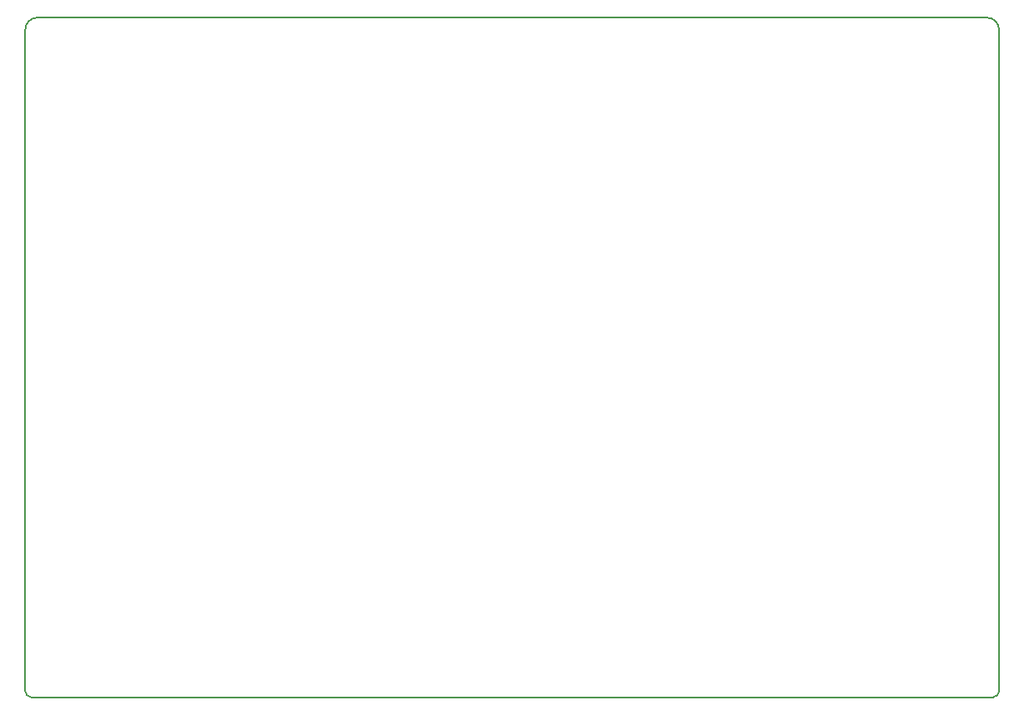
<source format=gm1>
G04 #@! TF.GenerationSoftware,KiCad,Pcbnew,(5.1.5)-3*
G04 #@! TF.CreationDate,2020-10-11T23:54:53+02:00*
G04 #@! TF.ProjectId,PB-002 Covox Sound,50422d30-3032-4204-936f-766f7820536f,rev?*
G04 #@! TF.SameCoordinates,Original*
G04 #@! TF.FileFunction,Profile,NP*
%FSLAX46Y46*%
G04 Gerber Fmt 4.6, Leading zero omitted, Abs format (unit mm)*
G04 Created by KiCad (PCBNEW (5.1.5)-3) date 2020-10-11 23:54:53*
%MOMM*%
%LPD*%
G04 APERTURE LIST*
%ADD10C,0.150000*%
G04 APERTURE END LIST*
D10*
X100330000Y-146685000D02*
X100330000Y-133985000D01*
X199390000Y-146685000D02*
X199390000Y-79375000D01*
X100965000Y-147320000D02*
X198755000Y-147320000D01*
X100330000Y-146685000D02*
G75*
G03X100965000Y-147320000I635000J0D01*
G01*
X198755000Y-147320000D02*
G75*
G03X199390000Y-146685000I0J635000D01*
G01*
X100330000Y-79375000D02*
X100330000Y-92075000D01*
X198120000Y-78105000D02*
X101600000Y-78105000D01*
X199390000Y-79375000D02*
G75*
G03X198120000Y-78105000I-1270000J0D01*
G01*
X101600000Y-78105000D02*
G75*
G03X100330000Y-79375000I0J-1270000D01*
G01*
X100330000Y-104775000D02*
X100330000Y-92075000D01*
X100330000Y-133350000D02*
X100330000Y-124460000D01*
X100330000Y-124460000D02*
X100330000Y-123825000D01*
X100330000Y-133985000D02*
X100330000Y-133350000D01*
X100330000Y-104775000D02*
X100330000Y-123825000D01*
M02*

</source>
